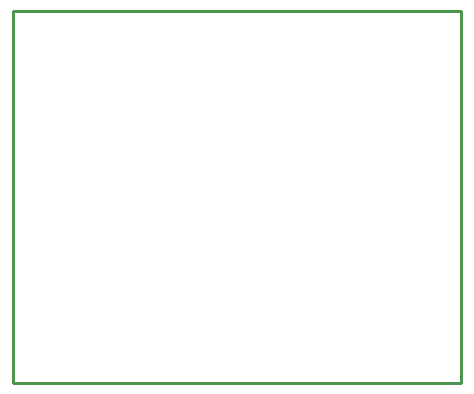
<source format=gko>
G04 ---------------------------- Layer name :KeepOutLayer *
G04 easyEDA 0.1*
G04 Scale: 100 percent, Rotated: No, Reflected: No *
G04 Dimensions in inches *
G04 leading zeros omitted , absolute positions ,2 integer and 4 * 
%FSLAX24Y24*%
%MOIN*%
G90*
G70D02*

%ADD10C,0.010000*%
G54D10*
G01X50Y24169D02*
G01X50Y24800D01*
G01X15000Y24800D01*
G01X15000Y12400D01*
G01X50Y12400D01*
G01X50Y24169D01*

%LPD*%
%LNVIA PAD TRACK COPPERAREA*%

M00*
M02*
</source>
